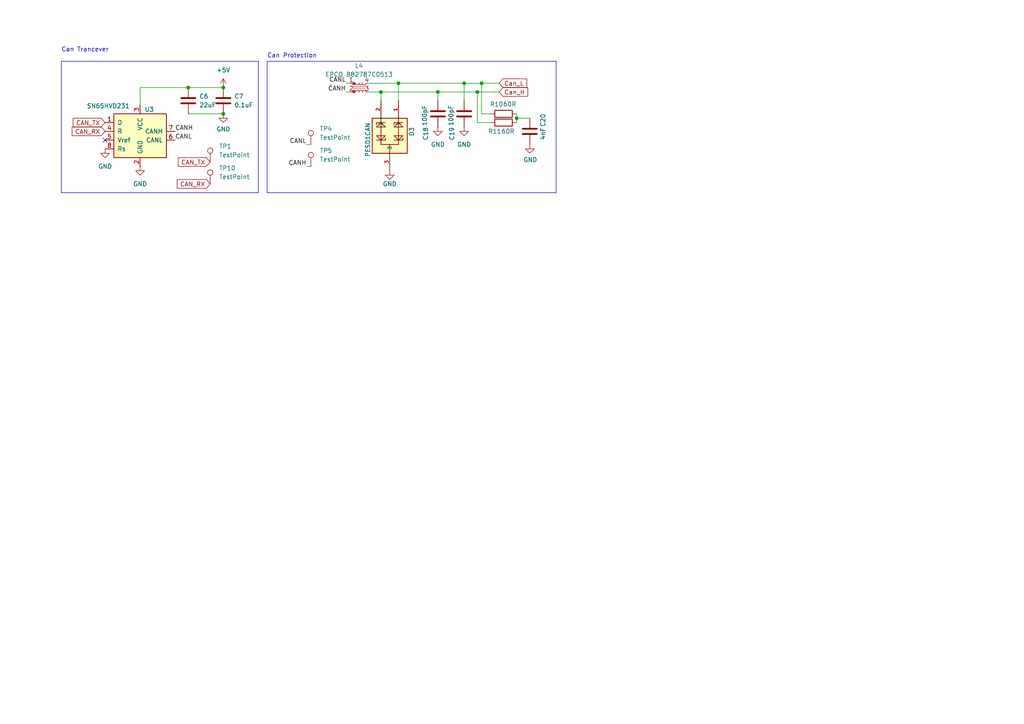
<source format=kicad_sch>
(kicad_sch (version 20231120) (generator "eeschema") (generator_version "8.0")
  (paper "A4")
  (lib_symbols
    (symbol "Connector:TestPoint" (pin_numbers hide) (pin_names (offset 0.762) hide)
      (property "Reference" "TP" (at 0 6.858 0))
      (property "Value" "TestPoint" (at 0 5.08 0))
      (symbol "TestPoint_0_1"
        (circle (center 0 3.302) (radius 0.762))
      )
      (symbol "TestPoint_1_1"
        (pin passive line (at 0 0 90) (length 2.54) (name "1") (number "1"))
      )
    )
    (symbol "Device:C" (pin_numbers hide) (pin_names (offset 0.254))
      (property "Reference" "C" (at 0.635 2.54 0))
      (property "Value" "C" (at 0.635 -2.54 0))
      (symbol "C_0_1"
        (polyline (pts (xy -2.032 -0.762) (xy 2.032 -0.762)) (stroke (width 0.508)))
        (polyline (pts (xy -2.032 0.762) (xy 2.032 0.762)) (stroke (width 0.508)))
      )
      (symbol "C_1_1"
        (pin passive line (at 0 3.81 270) (length 2.794) (name "~") (number "1"))
        (pin passive line (at 0 -3.81 90) (length 2.794) (name "~") (number "2"))
      )
    )
    (symbol "Device:L_Ferrite_Coupled_Small_1423" (pin_names (offset 0.254) hide)
      (property "Reference" "L" (at 0 3.175 0))
      (property "Value" "L_Ferrite_Coupled_Small_1423" (at 0 -3.175 0))
      (symbol "L_Ferrite_Coupled_Small_1423_0_1"
        (arc (start -2.032 1.27) (mid -1.524 0.7642) (end -1.016 1.27))
        (circle (center -1.524 -1.27) (radius 0.254) (fill (type outline)))
        (circle (center -1.524 1.27) (radius 0.254) (fill (type outline)))
        (arc (start -1.016 -1.27) (mid -1.524 -0.7642) (end -2.032 -1.27))
        (arc (start -1.016 1.27) (mid -0.508 0.7642) (end 0 1.27))
        (arc (start 0 -1.27) (mid -0.508 -0.7642) (end -1.016 -1.27))
        (polyline (pts (xy -1.651 0.254) (xy -1.397 0.254)))
        (polyline (pts (xy -1.397 -0.254) (xy -1.651 -0.254)))
        (polyline (pts (xy -1.143 0.254) (xy -0.889 0.254)))
        (polyline (pts (xy -0.889 -0.254) (xy -1.143 -0.254)))
        (polyline (pts (xy -0.635 0.254) (xy -0.381 0.254)))
        (polyline (pts (xy -0.381 -0.254) (xy -0.635 -0.254)))
        (polyline (pts (xy -0.127 0.254) (xy 0.127 0.254)))
        (polyline (pts (xy 0.127 -0.254) (xy -0.127 -0.254)))
        (polyline (pts (xy 0.381 0.254) (xy 0.635 0.254)))
        (polyline (pts (xy 0.635 -0.254) (xy 0.381 -0.254)))
        (polyline (pts (xy 0.889 0.254) (xy 1.143 0.254)))
        (polyline (pts (xy 1.143 -0.254) (xy 0.889 -0.254)))
        (polyline (pts (xy 1.397 0.254) (xy 1.651 0.254)))
        (polyline (pts (xy 1.651 -0.254) (xy 1.397 -0.254)))
        (arc (start 0 1.27) (mid 0.508 0.7642) (end 1.016 1.27))
        (arc (start 1.016 -1.27) (mid 0.508 -0.7642) (end 0 -1.27))
        (arc (start 1.016 1.27) (mid 1.524 0.7642) (end 2.032 1.27))
        (arc (start 2.032 -1.27) (mid 1.524 -0.7642) (end 1.016 -1.27))
      )
      (symbol "L_Ferrite_Coupled_Small_1423_1_1"
        (pin passive line (at -2.54 1.27 0) (length 0.508) (name "1") (number "1"))
        (pin passive line (at -2.54 -1.27 0) (length 0.508) (name "2") (number "2"))
        (pin passive line (at 2.54 -1.27 180) (length 0.508) (name "3") (number "3"))
        (pin passive line (at 2.54 1.27 180) (length 0.508) (name "4") (number "4"))
      )
    )
    (symbol "Device:R" (pin_numbers hide) (pin_names (offset 0))
      (property "Reference" "R" (at 2.032 0 90))
      (property "Value" "R" (at 0 0 90))
      (symbol "R_0_1"
        (rectangle (start -1.016 -2.54) (end 1.016 2.54) (stroke (width 0.254)))
      )
      (symbol "R_1_1"
        (pin passive line (at 0 3.81 270) (length 1.27) (name "~") (number "1"))
        (pin passive line (at 0 -3.81 90) (length 1.27) (name "~") (number "2"))
      )
    )
    (symbol "Interface_CAN_LIN:SN65HVD231" (pin_names (offset 1.016))
      (property "Reference" "U" (at -2.54 10.16 0))
      (property "Value" "SN65HVD231" (at -2.54 7.62 0))
      (symbol "SN65HVD231_0_1"
        (rectangle (start -7.62 5.08) (end 7.62 -7.62) (stroke (width 0.254)) (fill (type background)))
      )
      (symbol "SN65HVD231_1_1"
        (pin input line (at -10.16 2.54 0) (length 2.54) (name "D") (number "1"))
        (pin power_in line (at 0 -10.16 90) (length 2.54) (name "GND") (number "2"))
        (pin power_in line (at 0 7.62 270) (length 2.54) (name "VCC") (number "3"))
        (pin output line (at -10.16 0 0) (length 2.54) (name "R") (number "4"))
        (pin output line (at -10.16 -2.54 0) (length 2.54) (name "Vref") (number "5"))
        (pin bidirectional line (at 10.16 -2.54 180) (length 2.54) (name "CANL") (number "6"))
        (pin bidirectional line (at 10.16 0 180) (length 2.54) (name "CANH") (number "7"))
        (pin input line (at -10.16 -5.08 0) (length 2.54) (name "Rs") (number "8"))
      )
    )
    (symbol "PESD1CAN:PESD1CAN" (pin_names (offset 1.016))
      (property "Reference" "D" (at 0 11.4366 0))
      (property "Value" "PESD1CAN" (at 0 -2.542 0))
      (symbol "PESD1CAN_0_0"
        (polyline (pts (xy 0 2.54) (xy 1.27 2.54)) (stroke (width 0.2032)))
        (polyline (pts (xy 0 7.62) (xy 1.27 7.62)) (stroke (width 0.2032)))
        (polyline (pts (xy 1.27 1.27) (xy 1.905 1.27)) (stroke (width 0.2032)))
        (polyline (pts (xy 1.27 2.54) (xy 1.27 1.27)) (stroke (width 0.2032)))
        (polyline (pts (xy 1.27 2.54) (xy 2.54 3.81)) (stroke (width 0.2032)))
        (polyline (pts (xy 1.27 2.54) (xy 6.35 2.54)) (stroke (width 0.2032)))
        (polyline (pts (xy 1.27 3.81) (xy 1.27 2.54)) (stroke (width 0.2032)))
        (polyline (pts (xy 1.27 6.35) (xy 1.905 6.35)) (stroke (width 0.2032)))
        (polyline (pts (xy 1.27 7.62) (xy 1.27 6.35)) (stroke (width 0.2032)))
        (polyline (pts (xy 1.27 7.62) (xy 2.54 8.89)) (stroke (width 0.2032)))
        (polyline (pts (xy 1.27 7.62) (xy 6.35 7.62)) (stroke (width 0.2032)))
        (polyline (pts (xy 1.27 8.89) (xy 1.27 7.62)) (stroke (width 0.2032)))
        (polyline (pts (xy 2.54 1.27) (xy 1.27 2.54)) (stroke (width 0.2032)))
        (polyline (pts (xy 2.54 3.81) (xy 2.54 1.27)) (stroke (width 0.2032)))
        (polyline (pts (xy 2.54 6.35) (xy 1.27 7.62)) (stroke (width 0.2032)))
        (polyline (pts (xy 2.54 8.89) (xy 2.54 6.35)) (stroke (width 0.2032)))
        (polyline (pts (xy 5.08 1.27) (xy 6.35 2.54)) (stroke (width 0.2032)))
        (polyline (pts (xy 5.08 3.81) (xy 5.08 1.27)) (stroke (width 0.2032)))
        (polyline (pts (xy 5.08 6.35) (xy 6.35 7.62)) (stroke (width 0.2032)))
        (polyline (pts (xy 5.08 8.89) (xy 5.08 6.35)) (stroke (width 0.2032)))
        (polyline (pts (xy 6.35 1.27) (xy 6.35 2.54)) (stroke (width 0.2032)))
        (polyline (pts (xy 6.35 2.54) (xy 5.08 3.81)) (stroke (width 0.2032)))
        (polyline (pts (xy 6.35 2.54) (xy 6.35 3.81)) (stroke (width 0.2032)))
        (polyline (pts (xy 6.35 2.54) (xy 7.62 2.54)) (stroke (width 0.2032)))
        (polyline (pts (xy 6.35 3.81) (xy 5.715 3.81)) (stroke (width 0.2032)))
        (polyline (pts (xy 6.35 6.35) (xy 6.35 7.62)) (stroke (width 0.2032)))
        (polyline (pts (xy 6.35 7.62) (xy 5.08 8.89)) (stroke (width 0.2032)))
        (polyline (pts (xy 6.35 7.62) (xy 6.35 8.89)) (stroke (width 0.2032)))
        (polyline (pts (xy 6.35 7.62) (xy 7.62 7.62)) (stroke (width 0.2032)))
        (polyline (pts (xy 6.35 8.89) (xy 5.715 8.89)) (stroke (width 0.2032)))
        (polyline (pts (xy 7.62 5.08) (xy 7.62 2.54)) (stroke (width 0.2032)))
        (polyline (pts (xy 7.62 5.08) (xy 10.16 5.08)) (stroke (width 0.2032)))
        (polyline (pts (xy 7.62 7.62) (xy 7.62 5.08)) (stroke (width 0.2032)))
        (rectangle (start 0 0) (end 10.16 10.16) (stroke (width 0.254)) (fill (type background)))
        (pin bidirectional line (at -5.08 7.62 0) (length 5.08) (name "1") (number "1"))
        (pin bidirectional line (at -5.08 2.54 0) (length 5.08) (name "2") (number "2"))
        (pin bidirectional line (at 15.24 5.08 180) (length 5.08) (name "3") (number "3"))
      )
    )
    (symbol "power:+5V" (power) (pin_names (offset 0))
      (property "Value" "+5V" (at 0 3.556 0))
      (symbol "+5V_0_1"
        (polyline (pts (xy -0.762 1.27) (xy 0 2.54)))
        (polyline (pts (xy 0 0) (xy 0 2.54)))
        (polyline (pts (xy 0 2.54) (xy 0.762 1.27)))
      )
      (symbol "+5V_1_1"
        (pin power_in line (at 0 0 90) (length 0) hide (name "+5V") (number "1"))
      )
    )
    (symbol "power:GND" (power) (pin_names (offset 0))
      (property "Value" "GND" (at 0 -3.81 0))
      (symbol "GND_0_1"
        (polyline (pts (xy 0 0) (xy 0 -1.27) (xy 1.27 -1.27) (xy 0 -2.54) (xy -1.27 -1.27) (xy 0 -1.27)))
      )
      (symbol "GND_1_1"
        (pin power_in line (at 0 0 270) (length 0) hide (name "GND") (number "1"))
      )
    )
  )
  (junction (at 64.77 25.4))
  (junction (at 139.7 24.13))
  (junction (at 134.62 24.13))
  (junction (at 54.61 25.4))
  (junction (at 127 26.67))
  (junction (at 115.57 24.13))
  (junction (at 149.86 34.29))
  (junction (at 110.49 26.67))
  (junction (at 138.43 26.67))
  (junction (at 64.77 33.02))
  (no_connect (at 30.48 40.64))
  (wire (pts (xy 138.43 26.67) (xy 138.43 35.56)))
  (wire (pts (xy 127 26.67) (xy 127 29.21)))
  (wire (pts (xy 139.7 24.13) (xy 139.7 33.02)))
  (polyline (pts (xy 17.78 17.78) (xy 17.78 55.88)) (stroke (width 0) (type solid)))
  (polyline (pts (xy 77.47 17.78) (xy 77.47 55.88)) (stroke (width 0) (type solid)))
  (polyline (pts (xy 74.93 55.88) (xy 74.93 17.78)) (stroke (width 0) (type solid)))
  (wire (pts (xy 110.49 26.67) (xy 110.49 29.21)))
  (wire (pts (xy 149.86 35.56) (xy 149.86 34.29)))
  (wire (pts (xy 106.68 24.13) (xy 115.57 24.13)))
  (wire (pts (xy 149.86 34.29) (xy 153.67 34.29)))
  (polyline (pts (xy 77.47 55.88) (xy 161.29 55.88)) (stroke (width 0) (type solid)))
  (wire (pts (xy 100.33 24.13) (xy 101.6 24.13)))
  (wire (pts (xy 90.17 41.91) (xy 88.9 41.91)))
  (wire (pts (xy 134.62 24.13) (xy 139.7 24.13)))
  (wire (pts (xy 40.64 25.4) (xy 40.64 30.48)))
  (wire (pts (xy 134.62 24.13) (xy 134.62 29.21)))
  (wire (pts (xy 110.49 26.67) (xy 127 26.67)))
  (polyline (pts (xy 161.29 55.88) (xy 161.29 17.78)) (stroke (width 0) (type solid)))
  (polyline (pts (xy 17.78 17.78) (xy 74.93 17.78)) (stroke (width 0) (type solid)))
  (wire (pts (xy 142.24 35.56) (xy 138.43 35.56)))
  (wire (pts (xy 100.33 26.67) (xy 101.6 26.67)))
  (wire (pts (xy 40.64 25.4) (xy 54.61 25.4)))
  (polyline (pts (xy 17.78 55.88) (xy 74.93 55.88)) (stroke (width 0) (type solid)))
  (wire (pts (xy 139.7 24.13) (xy 144.78 24.13)))
  (wire (pts (xy 54.61 25.4) (xy 64.77 25.4)))
  (wire (pts (xy 138.43 26.67) (xy 144.78 26.67)))
  (wire (pts (xy 149.86 33.02) (xy 149.86 34.29)))
  (wire (pts (xy 115.57 24.13) (xy 115.57 29.21)))
  (wire (pts (xy 127 26.67) (xy 138.43 26.67)))
  (wire (pts (xy 115.57 24.13) (xy 134.62 24.13)))
  (wire (pts (xy 64.77 33.02) (xy 54.61 33.02)))
  (wire (pts (xy 90.17 48.26) (xy 88.9 48.26)))
  (wire (pts (xy 142.24 33.02) (xy 139.7 33.02)))
  (polyline (pts (xy 77.47 17.78) (xy 161.29 17.78)) (stroke (width 0) (type solid)))
  (wire (pts (xy 106.68 26.67) (xy 110.49 26.67)))
  (text "Can Trancever\n" (at 17.78 15.24 0) (effects (font (size 1.27 1.27)) (justify left bottom)))
  (text "Can Protection\n\n" (at 77.47 19.05 0) (effects (font (size 1.27 1.27)) (justify left bottom)))
  (label "CANL" (at 50.8 40.64 0))
  (label "CANH" (at 50.8 38.1 0))
  (label "CANH" (at 88.9 48.26 180))
  (label "CANL" (at 100.33 24.13 180))
  (label "CANH" (at 100.33 26.67 180))
  (label "CANL" (at 88.9 41.91 180))
  (global_label "CAN_TX" (shape input) (at 30.48 35.56 180) (property "Intersheetrefs" "${INTERSHEET_REFS}" (effects (hide yes))))
  (global_label "Can_H" (shape input) (at 144.78 26.67 0) (property "Intersheetrefs" "${INTERSHEET_REFS}" (effects (hide yes))))
  (global_label "CAN_RX" (shape input) (at 30.48 38.1 180) (property "Intersheetrefs" "${INTERSHEET_REFS}" (effects (hide yes))))
  (global_label "CAN_TX" (shape input) (at 60.96 46.99 180) (property "Intersheetrefs" "${INTERSHEET_REFS}" (effects (hide yes))))
  (global_label "CAN_RX" (shape input) (at 60.96 53.34 180) (property "Intersheetrefs" "${INTERSHEET_REFS}" (effects (hide yes))))
  (global_label "Can_L" (shape input) (at 144.78 24.13 0) (property "Intersheetrefs" "${INTERSHEET_REFS}" (effects (hide yes))))
  (symbol (lib_id "power:+5V") (at 64.77 25.4 0) (mirror y) (unit 1)
    (property "Reference" "#PWR014" (effects (hide yes)))
    (property "Value" "+5V" (at 64.77 20.32 0))
  )
  (symbol (lib_id "power:GND") (at 64.77 33.02 0) (unit 1)
    (property "Reference" "#PWR016" (effects (hide yes)))
    (property "Value" "GND" (at 64.77 37.465 0))
  )
  (symbol (lib_id "Device:R") (at 146.05 33.02 270) (unit 1)
    (property "Reference" "R10" (at 144.018 30.226 90))
    (property "Value" "60R" (at 147.828 30.226 90))
    (property "Footprint" "Resistor_SMD:R_0603_1608Metric" (effects (hide yes)))
  )
  (symbol (lib_id "power:GND") (at 153.67 41.91 0) (unit 1)
    (property "Reference" "#PWR037" (effects (hide yes)))
    (property "Value" "GND" (at 151.765 46.355 0) (effects (justify left)))
  )
  (symbol (lib_id "Connector:TestPoint") (at 90.17 41.91 0) (unit 1)
    (property "Reference" "TP4" (at 92.71 37.3379 0) (effects (justify left)))
    (property "Value" "TestPoint" (at 92.71 39.8779 0) (effects (justify left)))
    (property "Footprint" "TestPoint:TestPoint_Pad_D2.5mm" (effects (hide yes)))
    (property "Description" "test point" (effects (hide yes)))
  )
  (symbol (lib_id "Device:C") (at 134.62 33.02 180) (unit 1)
    (property "Reference" "C19" (at 131.064 36.83 90) (effects (justify left)))
    (property "Value" "100pF" (at 130.81 30.48 90) (effects (justify left)))
  )
  (symbol (lib_id "power:GND") (at 127 36.83 0) (unit 1)
    (property "Reference" "#PWR030" (effects (hide yes)))
    (property "Value" "GND" (at 127 41.91 0))
  )
  (symbol (lib_id "Device:C") (at 54.61 29.21 0) (unit 1)
    (property "Reference" "C6" (at 57.785 27.94 0) (effects (justify left)))
    (property "Value" "22uF" (at 57.785 30.48 0) (effects (justify left)))
  )
  (symbol (lib_id "PESD1CAN:PESD1CAN") (at 107.95 34.29 270) (unit 1)
    (property "Reference" "D3" (at 119.38 36.83 0) (effects (justify left)))
    (property "Value" "PESD1CAN" (at 106.68 35.56 0) (effects (justify left)))
    (property "Footprint" "Package_TO_SOT_SMD:SOT-23-3" (effects (hide yes)))
    (property "PROD_ID" "DIO-12501" (effects (hide yes)))
  )
  (symbol (lib_id "Connector:TestPoint") (at 60.96 46.99 0) (unit 1)
    (property "Reference" "TP1" (at 63.5 42.4179 0) (effects (justify left)))
    (property "Value" "TestPoint" (at 63.5 44.9579 0) (effects (justify left)))
    (property "Footprint" "TestPoint:TestPoint_Pad_D2.5mm" (effects (hide yes)))
    (property "Description" "test point" (effects (hide yes)))
  )
  (symbol (lib_id "Device:L_Ferrite_Coupled_Small_1423") (at 104.14 25.4 0) (unit 1)
    (property "Reference" "L4" (at 104.14 19.05 0))
    (property "Value" "EPCO B82787C0513" (at 104.14 21.59 0))
    (property "Footprint" "footprints:EPCO B82787C0513" (effects (hide yes)))
  )
  (symbol (lib_id "Connector:TestPoint") (at 90.17 48.26 0) (unit 1)
    (property "Reference" "TP5" (at 92.71 43.6879 0) (effects (justify left)))
    (property "Value" "TestPoint" (at 92.71 46.2279 0) (effects (justify left)))
    (property "Footprint" "TestPoint:TestPoint_Pad_D2.5mm" (effects (hide yes)))
    (property "Description" "test point" (effects (hide yes)))
  )
  (symbol (lib_id "Device:C") (at 153.67 38.1 0) (unit 1)
    (property "Reference" "C20" (at 157.48 36.83 90) (effects (justify left)))
    (property "Value" "4nF" (at 157.48 40.64 90) (effects (justify left)))
    (property "Footprint" "Capacitor_SMD:C_0805_2012Metric_Pad1.18x1.45mm_HandSolder" (effects (hide yes)))
  )
  (symbol (lib_id "Interface_CAN_LIN:SN65HVD231") (at 40.64 38.1 0) (unit 1)
    (property "Reference" "U3" (at 41.91 31.75 0) (effects (justify left)))
    (property "Value" "SN65HVD231" (at 25.146 30.734 0) (effects (justify left)))
    (property "Footprint" "Package_SO:SOIC-8_3.9x4.9mm_P1.27mm" (effects (hide yes)))
    (property "Datasheet" "http://www.ti.com/lit/ds/symlink/sn65hvd230.pdf" (effects (hide yes)))
  )
  (symbol (lib_id "power:GND") (at 113.03 49.53 0) (unit 1)
    (property "Reference" "#PWR027" (effects (hide yes)))
    (property "Value" "GND" (at 113.03 53.34 0))
  )
  (symbol (lib_id "Device:R") (at 146.05 35.56 270) (unit 1)
    (property "Reference" "R11" (at 143.51 38.1 90))
    (property "Value" "60R" (at 147.32 38.1 90))
    (property "Footprint" "Resistor_SMD:R_0603_1608Metric" (effects (hide yes)))
  )
  (symbol (lib_id "power:GND") (at 30.48 43.18 0) (unit 1)
    (property "Reference" "#PWR010" (effects (hide yes)))
    (property "Value" "GND" (at 30.48 48.26 0))
  )
  (symbol (lib_id "power:GND") (at 40.64 48.26 0) (unit 1)
    (property "Reference" "#PWR015" (effects (hide yes)))
    (property "Value" "GND" (at 40.64 53.34 0))
  )
  (symbol (lib_id "power:GND") (at 134.62 36.83 0) (unit 1)
    (property "Reference" "#PWR032" (effects (hide yes)))
    (property "Value" "GND" (at 134.62 41.91 0))
  )
  (symbol (lib_id "Device:C") (at 64.77 29.21 0) (unit 1)
    (property "Reference" "C7" (at 67.945 27.94 0) (effects (justify left)))
    (property "Value" "0.1uF" (at 67.945 30.48 0) (effects (justify left)))
  )
  (symbol (lib_id "Connector:TestPoint") (at 60.96 53.34 0) (unit 1)
    (property "Reference" "TP10" (at 63.5 48.7679 0) (effects (justify left)))
    (property "Value" "TestPoint" (at 63.5 51.3079 0) (effects (justify left)))
    (property "Footprint" "TestPoint:TestPoint_Pad_D2.5mm" (effects (hide yes)))
    (property "Description" "test point" (effects (hide yes)))
  )
  (symbol (lib_id "Device:C") (at 127 33.02 180) (unit 1)
    (property "Reference" "C18" (at 123.444 36.83 90) (effects (justify left)))
    (property "Value" "100pF" (at 123.19 30.48 90) (effects (justify left)))
  )
)
</source>
